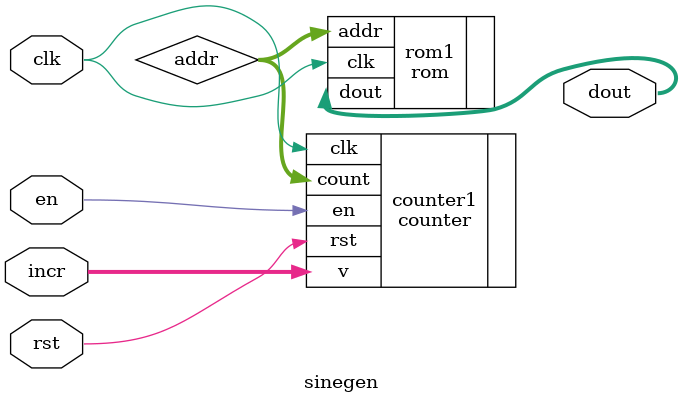
<source format=sv>
module sinegen # (
    parameter A_WIDTH = 8,
              D_WIDTH = 8
)(
    input logic       clk,
    input logic       rst,
    input logic       en,
    input logic [D_WIDTH-1:0] incr,
    output logic [D_WIDTH-1:0] dout 
);

logic [A_WIDTH-1:0] addr;

counter  counter1(
    // interface signals
    .clk(clk),// clock
    .rst(rst),// rst
    .en(en),// load counter from data
    .v(incr), // value to preload
    .count(addr)
);

rom rom1(
    .clk(clk),
    .addr(addr),
    .dout(dout)
);


endmodule

</source>
